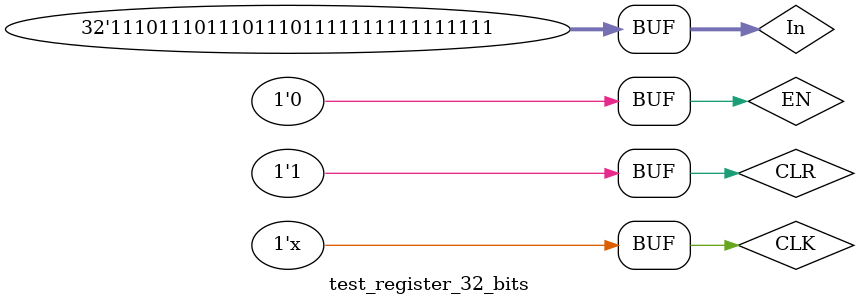
<source format=v>
module test_register_32_bits;
wire [31:0] Out;
reg [31:0] In;
reg EN,CLR,CLK;//Las entradas del módulo deben ser tipo reg

register_32_bits testReg(Out,In,EN,CLR,CLK);

initial begin
	#1 In =32'heeeeffff;
	EN <= 0;
	CLR <=1;
end
initial begin
	$monitor("In= %h\nOut=%h\nEN=%h\nCLR=%h\nCLK=%h\n",In,Out,EN,CLR,CLK);
end
initial begin
CLK <= 0;
repeat (5)
		begin
			#1 CLK <= ~CLK;
		end
end
endmodule
</source>
